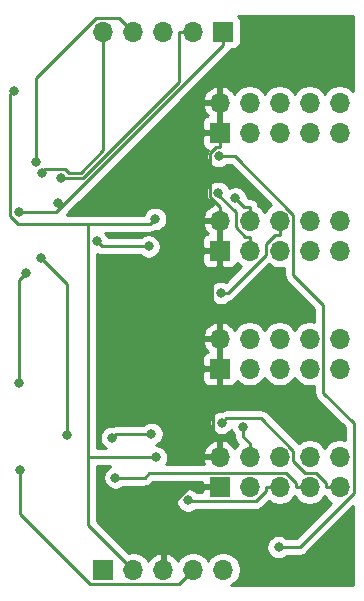
<source format=gbl>
%TF.GenerationSoftware,KiCad,Pcbnew,(5.1.6-0-10_14)*%
%TF.CreationDate,2021-04-14T13:26:41+09:00*%
%TF.ProjectId,qPCR-photo_mux_74HC4067SSOP,71504352-2d70-4686-9f74-6f5f6d75785f,rev?*%
%TF.SameCoordinates,Original*%
%TF.FileFunction,Copper,L2,Bot*%
%TF.FilePolarity,Positive*%
%FSLAX46Y46*%
G04 Gerber Fmt 4.6, Leading zero omitted, Abs format (unit mm)*
G04 Created by KiCad (PCBNEW (5.1.6-0-10_14)) date 2021-04-14 13:26:41*
%MOMM*%
%LPD*%
G01*
G04 APERTURE LIST*
%TA.AperFunction,ComponentPad*%
%ADD10R,1.700000X1.700000*%
%TD*%
%TA.AperFunction,ComponentPad*%
%ADD11O,1.700000X1.700000*%
%TD*%
%TA.AperFunction,ViaPad*%
%ADD12C,0.800000*%
%TD*%
%TA.AperFunction,Conductor*%
%ADD13C,0.250000*%
%TD*%
%TA.AperFunction,Conductor*%
%ADD14C,0.254000*%
%TD*%
G04 APERTURE END LIST*
D10*
%TO.P,J2,1*%
%TO.N,ADDRESSA3*%
X103298000Y-64440000D03*
D11*
%TO.P,J2,2*%
%TO.N,ADDRESSA2*%
X100758000Y-64440000D03*
%TO.P,J2,3*%
%TO.N,ADDRESSA1*%
X98218000Y-64440000D03*
%TO.P,J2,4*%
%TO.N,ADDRESSA0*%
X95678000Y-64440000D03*
%TO.P,J2,5*%
%TO.N,MUX_SELECT*%
X93138000Y-64440000D03*
%TD*%
%TO.P,N_PD1,10*%
%TO.N,N_PD1_OUT1*%
X113160000Y-70460000D03*
%TO.P,N_PD1,9*%
%TO.N,N_PD1_OUT2*%
X113160000Y-73000000D03*
%TO.P,N_PD1,8*%
%TO.N,N_PD1_OUT3*%
X110620000Y-70460000D03*
%TO.P,N_PD1,7*%
%TO.N,N_PD1_OUT4*%
X110620000Y-73000000D03*
%TO.P,N_PD1,6*%
%TO.N,N_PD1_OUT5*%
X108080000Y-70460000D03*
%TO.P,N_PD1,5*%
%TO.N,N_PD1_OUT6*%
X108080000Y-73000000D03*
%TO.P,N_PD1,4*%
%TO.N,N_PD1_OUT7*%
X105540000Y-70460000D03*
%TO.P,N_PD1,3*%
%TO.N,N_PD1_OUT8*%
X105540000Y-73000000D03*
%TO.P,N_PD1,2*%
%TO.N,PHOTO_GND*%
X103000000Y-70460000D03*
D10*
%TO.P,N_PD1,1*%
X103000000Y-73000000D03*
%TD*%
%TO.P,N_PD2,1*%
%TO.N,PHOTO_GND*%
X103000000Y-83000000D03*
D11*
%TO.P,N_PD2,2*%
X103000000Y-80460000D03*
%TO.P,N_PD2,3*%
%TO.N,N_PD1_OUT16*%
X105540000Y-83000000D03*
%TO.P,N_PD2,4*%
%TO.N,N_PD1_OUT15*%
X105540000Y-80460000D03*
%TO.P,N_PD2,5*%
%TO.N,N_PD1_OUT14*%
X108080000Y-83000000D03*
%TO.P,N_PD2,6*%
%TO.N,N_PD1_OUT13*%
X108080000Y-80460000D03*
%TO.P,N_PD2,7*%
%TO.N,N_PD1_OUT12*%
X110620000Y-83000000D03*
%TO.P,N_PD2,8*%
%TO.N,N_PD1_OUT10*%
X110620000Y-80460000D03*
%TO.P,N_PD2,9*%
%TO.N,N_PD1_OUT11*%
X113160000Y-83000000D03*
%TO.P,N_PD2,10*%
%TO.N,N_PD1_OUT9*%
X113160000Y-80460000D03*
%TD*%
D10*
%TO.P,S_PD1,1*%
%TO.N,PHOTO_GND*%
X103000000Y-93000000D03*
D11*
%TO.P,S_PD1,2*%
X103000000Y-90460000D03*
%TO.P,S_PD1,3*%
%TO.N,S_PD1_OUT8*%
X105540000Y-93000000D03*
%TO.P,S_PD1,4*%
%TO.N,S_PD1_OUT7*%
X105540000Y-90460000D03*
%TO.P,S_PD1,5*%
%TO.N,S_PD1_OUT6*%
X108080000Y-93000000D03*
%TO.P,S_PD1,6*%
%TO.N,S_PD1_OUT5*%
X108080000Y-90460000D03*
%TO.P,S_PD1,7*%
%TO.N,S_PD1_OUT4*%
X110620000Y-93000000D03*
%TO.P,S_PD1,8*%
%TO.N,S_PD1_OUT3*%
X110620000Y-90460000D03*
%TO.P,S_PD1,9*%
%TO.N,S_PD1_OUT2*%
X113160000Y-93000000D03*
%TO.P,S_PD1,10*%
%TO.N,S_PD1_OUT1*%
X113160000Y-90460000D03*
%TD*%
%TO.P,S_PD2,10*%
%TO.N,S_PD1_OUT9*%
X113160000Y-100460000D03*
%TO.P,S_PD2,9*%
%TO.N,S_PD1_OUT11*%
X113160000Y-103000000D03*
%TO.P,S_PD2,8*%
%TO.N,S_PD1_OUT10*%
X110620000Y-100460000D03*
%TO.P,S_PD2,7*%
%TO.N,S_PD1_OUT12*%
X110620000Y-103000000D03*
%TO.P,S_PD2,6*%
%TO.N,S_PD1_OUT13*%
X108080000Y-100460000D03*
%TO.P,S_PD2,5*%
%TO.N,S_PD1_OUT14*%
X108080000Y-103000000D03*
%TO.P,S_PD2,4*%
%TO.N,S_PD1_OUT15*%
X105540000Y-100460000D03*
%TO.P,S_PD2,3*%
%TO.N,S_PD1_OUT16*%
X105540000Y-103000000D03*
%TO.P,S_PD2,2*%
%TO.N,PHOTO_GND*%
X103000000Y-100460000D03*
D10*
%TO.P,S_PD2,1*%
X103000000Y-103000000D03*
%TD*%
D11*
%TO.P,J1,5*%
%TO.N,PD_MUX_OUT*%
X103298000Y-110000000D03*
%TO.P,J1,4*%
%TO.N,-1V*%
X100758000Y-110000000D03*
%TO.P,J1,3*%
%TO.N,PHOTO_GND*%
X98218000Y-110000000D03*
%TO.P,J1,2*%
%TO.N,LOGIC_3V3*%
X95678000Y-110000000D03*
D10*
%TO.P,J1,1*%
%TO.N,N/C*%
X93138000Y-110000000D03*
%TD*%
D12*
%TO.N,LOGIC_3V3*%
X85563500Y-69465700D03*
X97550000Y-80300000D03*
%TO.N,ADDRESSA3*%
X86015000Y-79753000D03*
X89280000Y-78925000D03*
X86001900Y-94220000D03*
X86589497Y-84920503D03*
%TO.N,ADDRESSA2*%
X89600000Y-76825000D03*
X90075000Y-98575000D03*
X87889700Y-83606900D03*
%TO.N,ADDRESSA0*%
X87450000Y-75450000D03*
%TO.N,MUX_SELECT*%
X87950000Y-76375000D03*
%TO.N,/PD_MUX_OUT1*%
X108000000Y-108091900D03*
X102911600Y-74997400D03*
%TO.N,N_PD1_OUT16*%
X102884600Y-78088300D03*
%TO.N,N_PD1_OUT15*%
X104342700Y-78558000D03*
%TO.N,N_PD1_OUT14*%
X97000000Y-82625000D03*
X92600000Y-82200000D03*
%TO.N,N_PD1_OUT13*%
X103115200Y-86557400D03*
%TO.N,S_PD1_OUT11*%
X103181500Y-97563500D03*
%TO.N,S_PD1_OUT12*%
X94175000Y-102200000D03*
%TO.N,S_PD1_OUT13*%
X93900000Y-98850000D03*
X97225000Y-98504999D03*
X93900000Y-98850000D03*
%TO.N,S_PD1_OUT14*%
X100328400Y-104139000D03*
%TO.N,S_PD1_OUT15*%
X105014300Y-97926700D03*
%TO.N,-1V*%
X86106948Y-101575000D03*
%TO.N,LOGIC_3V3*%
X97600000Y-100500000D03*
%TD*%
D13*
%TO.N,LOGIC_3V3*%
X85269500Y-80054400D02*
X85269500Y-69759700D01*
X85269500Y-69759700D02*
X85563500Y-69465700D01*
X85915099Y-80699999D02*
X85269500Y-80054400D01*
X97550000Y-80300000D02*
X97150001Y-80699999D01*
X91874999Y-88675799D02*
X91874999Y-80799999D01*
X91874999Y-80799999D02*
X91774999Y-80699999D01*
X91774999Y-80699999D02*
X85915099Y-80699999D01*
X97150001Y-80699999D02*
X91774999Y-80699999D01*
%TO.N,PHOTO_GND*%
X103000000Y-80460000D02*
X103000000Y-79284700D01*
X103000000Y-79284700D02*
X102155200Y-78439900D01*
X102155200Y-78439900D02*
X102155200Y-74726200D01*
X102155200Y-74726200D02*
X102706100Y-74175300D01*
X102706100Y-74175300D02*
X103000000Y-74175300D01*
X103000000Y-83000000D02*
X103000000Y-80460000D01*
X103000000Y-73000000D02*
X103000000Y-74175300D01*
X103000000Y-89284700D02*
X102369300Y-88654000D01*
X102369300Y-88654000D02*
X102369300Y-84806000D01*
X102369300Y-84806000D02*
X103000000Y-84175300D01*
X103000000Y-90460000D02*
X103000000Y-89284700D01*
X103000000Y-90460000D02*
X103000000Y-93000000D01*
X103000000Y-83000000D02*
X103000000Y-84175300D01*
X103000000Y-94175300D02*
X102456200Y-94719100D01*
X102456200Y-94719100D02*
X102456200Y-98740900D01*
X102456200Y-98740900D02*
X103000000Y-99284700D01*
X103000000Y-100460000D02*
X103000000Y-99284700D01*
X103000000Y-93000000D02*
X103000000Y-94175300D01*
X103000000Y-73000000D02*
X103000000Y-70460000D01*
%TO.N,ADDRESSA3*%
X89160300Y-79753000D02*
X86015000Y-79753000D01*
X103298000Y-64440000D02*
X103298000Y-65615300D01*
X89599150Y-79244150D02*
X89669150Y-79244150D01*
X89280000Y-78925000D02*
X89599150Y-79244150D01*
X89669150Y-79244150D02*
X89160300Y-79753000D01*
X103298000Y-65615300D02*
X89669150Y-79244150D01*
X86001900Y-85508100D02*
X86589497Y-84920503D01*
X86001900Y-94220000D02*
X86001900Y-85508100D01*
%TO.N,ADDRESSA2*%
X90075000Y-85792200D02*
X87889700Y-83606900D01*
X90075000Y-98575000D02*
X90075000Y-85792200D01*
X91451890Y-76825000D02*
X89600000Y-76825000D01*
X99582700Y-68694190D02*
X91451890Y-76825000D01*
X99582700Y-64440000D02*
X99582700Y-68694190D01*
X100758000Y-64440000D02*
X99582700Y-64440000D01*
%TO.N,ADDRESSA0*%
X87450000Y-68388998D02*
X92573999Y-63264999D01*
X94502999Y-63264999D02*
X95678000Y-64440000D01*
X92573999Y-63264999D02*
X94502999Y-63264999D01*
X87450000Y-75450000D02*
X87450000Y-68388998D01*
%TO.N,MUX_SELECT*%
X88225001Y-76099999D02*
X87950000Y-76375000D01*
X90222992Y-76374990D02*
X89948001Y-76099999D01*
X91250010Y-76374990D02*
X90222992Y-76374990D01*
X93138000Y-74487000D02*
X91250010Y-76374990D01*
X89948001Y-76099999D02*
X88225001Y-76099999D01*
X93138000Y-64440000D02*
X93138000Y-74487000D01*
%TO.N,/PD_MUX_OUT1*%
X102911600Y-74997400D02*
X104285100Y-74997400D01*
X104285100Y-74997400D02*
X109255300Y-79967600D01*
X109255300Y-79967600D02*
X109255300Y-85041400D01*
X109255300Y-85041400D02*
X111795400Y-87581500D01*
X111795400Y-87581500D02*
X111795400Y-95041500D01*
X111795400Y-95041500D02*
X114348600Y-97594700D01*
X114348600Y-97594700D02*
X114348600Y-103519500D01*
X114348600Y-103519500D02*
X109776200Y-108091900D01*
X109776200Y-108091900D02*
X108000000Y-108091900D01*
%TO.N,N_PD1_OUT16*%
X105540000Y-81824700D02*
X105172600Y-81824700D01*
X105172600Y-81824700D02*
X104364700Y-81016800D01*
X104364700Y-81016800D02*
X104364700Y-79728300D01*
X104364700Y-79728300D02*
X102884600Y-78248200D01*
X102884600Y-78248200D02*
X102884600Y-78088300D01*
X105540000Y-83000000D02*
X105540000Y-81824700D01*
%TO.N,N_PD1_OUT15*%
X105540000Y-80460000D02*
X105540000Y-79284700D01*
X105540000Y-79284700D02*
X105069400Y-79284700D01*
X105069400Y-79284700D02*
X104342700Y-78558000D01*
%TO.N,N_PD1_OUT14*%
X93025000Y-82625000D02*
X92600000Y-82200000D01*
X97000000Y-82625000D02*
X93025000Y-82625000D01*
%TO.N,N_PD1_OUT13*%
X108080000Y-81635300D02*
X107712600Y-81635300D01*
X107712600Y-81635300D02*
X106904700Y-82443200D01*
X106904700Y-82443200D02*
X106904700Y-83329700D01*
X106904700Y-83329700D02*
X103677000Y-86557400D01*
X103677000Y-86557400D02*
X103115200Y-86557400D01*
X108080000Y-80460000D02*
X108080000Y-81635300D01*
%TO.N,S_PD1_OUT11*%
X113160000Y-103000000D02*
X111984700Y-103000000D01*
X103181500Y-97563500D02*
X103546200Y-97198800D01*
X103546200Y-97198800D02*
X106528500Y-97198800D01*
X106528500Y-97198800D02*
X109255400Y-99925700D01*
X109255400Y-99925700D02*
X109255400Y-100819600D01*
X109255400Y-100819600D02*
X110260500Y-101824700D01*
X110260500Y-101824700D02*
X111176800Y-101824700D01*
X111176800Y-101824700D02*
X111984700Y-102632600D01*
X111984700Y-102632600D02*
X111984700Y-103000000D01*
%TO.N,S_PD1_OUT12*%
X110620000Y-103000000D02*
X109444700Y-103000000D01*
X109444700Y-103000000D02*
X109444700Y-102632600D01*
X109444700Y-102632600D02*
X108636800Y-101824700D01*
X108636800Y-101824700D02*
X97038300Y-101824700D01*
X96663000Y-102200000D02*
X97038300Y-101824700D01*
X94175000Y-102200000D02*
X96663000Y-102200000D01*
%TO.N,S_PD1_OUT13*%
X94245001Y-98504999D02*
X93900000Y-98850000D01*
X97225000Y-98504999D02*
X94245001Y-98504999D01*
%TO.N,S_PD1_OUT14*%
X108080000Y-103000000D02*
X106904700Y-103000000D01*
X100328400Y-104139000D02*
X100364700Y-104175300D01*
X100364700Y-104175300D02*
X106096800Y-104175300D01*
X106096800Y-104175300D02*
X106904700Y-103367400D01*
X106904700Y-103367400D02*
X106904700Y-103000000D01*
%TO.N,S_PD1_OUT15*%
X105540000Y-100460000D02*
X105540000Y-99284700D01*
X105014300Y-97926700D02*
X105014300Y-98759000D01*
X105014300Y-98759000D02*
X105540000Y-99284700D01*
%TO.N,-1V*%
X86106948Y-105253950D02*
X86106948Y-101575000D01*
X99582999Y-111175001D02*
X92027999Y-111175001D01*
X92027999Y-111175001D02*
X86106948Y-105253950D01*
X100758000Y-110000000D02*
X99582999Y-111175001D01*
%TO.N,PHOTO_GND*%
X98218000Y-105176398D02*
X98218000Y-110000000D01*
X100394398Y-103000000D02*
X98218000Y-105176398D01*
X103000000Y-103000000D02*
X100394398Y-103000000D01*
%TO.N,LOGIC_3V3*%
X95678000Y-110000000D02*
X91874999Y-106196999D01*
X91900000Y-100500000D02*
X91874999Y-100474999D01*
X97600000Y-100500000D02*
X91900000Y-100500000D01*
X91874999Y-100474999D02*
X91874999Y-88675799D01*
X91874999Y-106196999D02*
X91874999Y-100474999D01*
%TD*%
D14*
%TO.N,PHOTO_GND*%
G36*
X93684744Y-101282795D02*
G01*
X93515226Y-101396063D01*
X93371063Y-101540226D01*
X93257795Y-101709744D01*
X93179774Y-101898102D01*
X93140000Y-102098061D01*
X93140000Y-102301939D01*
X93179774Y-102501898D01*
X93257795Y-102690256D01*
X93371063Y-102859774D01*
X93515226Y-103003937D01*
X93684744Y-103117205D01*
X93873102Y-103195226D01*
X94073061Y-103235000D01*
X94276939Y-103235000D01*
X94476898Y-103195226D01*
X94665256Y-103117205D01*
X94834774Y-103003937D01*
X94878711Y-102960000D01*
X96625678Y-102960000D01*
X96663000Y-102963676D01*
X96700322Y-102960000D01*
X96700333Y-102960000D01*
X96811986Y-102949003D01*
X96955247Y-102905546D01*
X97087276Y-102834974D01*
X97203001Y-102740001D01*
X97226804Y-102710997D01*
X97353101Y-102584700D01*
X101514295Y-102584700D01*
X101515000Y-102714250D01*
X101673750Y-102873000D01*
X102873000Y-102873000D01*
X102873000Y-102853000D01*
X103127000Y-102853000D01*
X103127000Y-102873000D01*
X103147000Y-102873000D01*
X103147000Y-103127000D01*
X103127000Y-103127000D01*
X103127000Y-103147000D01*
X102873000Y-103147000D01*
X102873000Y-103127000D01*
X101673750Y-103127000D01*
X101515000Y-103285750D01*
X101514295Y-103415300D01*
X101068411Y-103415300D01*
X100988174Y-103335063D01*
X100818656Y-103221795D01*
X100630298Y-103143774D01*
X100430339Y-103104000D01*
X100226461Y-103104000D01*
X100026502Y-103143774D01*
X99838144Y-103221795D01*
X99668626Y-103335063D01*
X99524463Y-103479226D01*
X99411195Y-103648744D01*
X99333174Y-103837102D01*
X99293400Y-104037061D01*
X99293400Y-104240939D01*
X99333174Y-104440898D01*
X99411195Y-104629256D01*
X99524463Y-104798774D01*
X99668626Y-104942937D01*
X99838144Y-105056205D01*
X100026502Y-105134226D01*
X100226461Y-105174000D01*
X100430339Y-105174000D01*
X100630298Y-105134226D01*
X100818656Y-105056205D01*
X100988174Y-104942937D01*
X100995811Y-104935300D01*
X106059478Y-104935300D01*
X106096800Y-104938976D01*
X106134122Y-104935300D01*
X106134133Y-104935300D01*
X106245786Y-104924303D01*
X106389047Y-104880846D01*
X106521076Y-104810274D01*
X106636801Y-104715301D01*
X106660603Y-104686298D01*
X107169371Y-104177531D01*
X107376589Y-104315990D01*
X107646842Y-104427932D01*
X107933740Y-104485000D01*
X108226260Y-104485000D01*
X108513158Y-104427932D01*
X108783411Y-104315990D01*
X109026632Y-104153475D01*
X109233475Y-103946632D01*
X109350000Y-103772240D01*
X109466525Y-103946632D01*
X109673368Y-104153475D01*
X109916589Y-104315990D01*
X110186842Y-104427932D01*
X110473740Y-104485000D01*
X110766260Y-104485000D01*
X111053158Y-104427932D01*
X111323411Y-104315990D01*
X111566632Y-104153475D01*
X111773475Y-103946632D01*
X111890000Y-103772240D01*
X112006525Y-103946632D01*
X112213368Y-104153475D01*
X112456589Y-104315990D01*
X112471240Y-104322059D01*
X109461399Y-107331900D01*
X108703711Y-107331900D01*
X108659774Y-107287963D01*
X108490256Y-107174695D01*
X108301898Y-107096674D01*
X108101939Y-107056900D01*
X107898061Y-107056900D01*
X107698102Y-107096674D01*
X107509744Y-107174695D01*
X107340226Y-107287963D01*
X107196063Y-107432126D01*
X107082795Y-107601644D01*
X107004774Y-107790002D01*
X106965000Y-107989961D01*
X106965000Y-108193839D01*
X107004774Y-108393798D01*
X107082795Y-108582156D01*
X107196063Y-108751674D01*
X107340226Y-108895837D01*
X107509744Y-109009105D01*
X107698102Y-109087126D01*
X107898061Y-109126900D01*
X108101939Y-109126900D01*
X108301898Y-109087126D01*
X108490256Y-109009105D01*
X108659774Y-108895837D01*
X108703711Y-108851900D01*
X109738878Y-108851900D01*
X109776200Y-108855576D01*
X109813522Y-108851900D01*
X109813533Y-108851900D01*
X109925186Y-108840903D01*
X110068447Y-108797446D01*
X110200476Y-108726874D01*
X110316201Y-108631901D01*
X110340004Y-108602897D01*
X114315001Y-104627901D01*
X114315001Y-111315000D01*
X104002893Y-111315000D01*
X104244632Y-111153475D01*
X104451475Y-110946632D01*
X104613990Y-110703411D01*
X104725932Y-110433158D01*
X104783000Y-110146260D01*
X104783000Y-109853740D01*
X104725932Y-109566842D01*
X104613990Y-109296589D01*
X104451475Y-109053368D01*
X104244632Y-108846525D01*
X104001411Y-108684010D01*
X103731158Y-108572068D01*
X103444260Y-108515000D01*
X103151740Y-108515000D01*
X102864842Y-108572068D01*
X102594589Y-108684010D01*
X102351368Y-108846525D01*
X102144525Y-109053368D01*
X102028000Y-109227760D01*
X101911475Y-109053368D01*
X101704632Y-108846525D01*
X101461411Y-108684010D01*
X101191158Y-108572068D01*
X100904260Y-108515000D01*
X100611740Y-108515000D01*
X100324842Y-108572068D01*
X100054589Y-108684010D01*
X99811368Y-108846525D01*
X99604525Y-109053368D01*
X99482805Y-109235534D01*
X99413178Y-109118645D01*
X99218269Y-108902412D01*
X98984920Y-108728359D01*
X98722099Y-108603175D01*
X98574890Y-108558524D01*
X98345000Y-108679845D01*
X98345000Y-109873000D01*
X98365000Y-109873000D01*
X98365000Y-110127000D01*
X98345000Y-110127000D01*
X98345000Y-110147000D01*
X98091000Y-110147000D01*
X98091000Y-110127000D01*
X98071000Y-110127000D01*
X98071000Y-109873000D01*
X98091000Y-109873000D01*
X98091000Y-108679845D01*
X97861110Y-108558524D01*
X97713901Y-108603175D01*
X97451080Y-108728359D01*
X97217731Y-108902412D01*
X97022822Y-109118645D01*
X96953195Y-109235534D01*
X96831475Y-109053368D01*
X96624632Y-108846525D01*
X96381411Y-108684010D01*
X96111158Y-108572068D01*
X95824260Y-108515000D01*
X95531740Y-108515000D01*
X95311592Y-108558790D01*
X92634999Y-105882198D01*
X92634999Y-101260000D01*
X93739776Y-101260000D01*
X93684744Y-101282795D01*
G37*
X93684744Y-101282795D02*
X93515226Y-101396063D01*
X93371063Y-101540226D01*
X93257795Y-101709744D01*
X93179774Y-101898102D01*
X93140000Y-102098061D01*
X93140000Y-102301939D01*
X93179774Y-102501898D01*
X93257795Y-102690256D01*
X93371063Y-102859774D01*
X93515226Y-103003937D01*
X93684744Y-103117205D01*
X93873102Y-103195226D01*
X94073061Y-103235000D01*
X94276939Y-103235000D01*
X94476898Y-103195226D01*
X94665256Y-103117205D01*
X94834774Y-103003937D01*
X94878711Y-102960000D01*
X96625678Y-102960000D01*
X96663000Y-102963676D01*
X96700322Y-102960000D01*
X96700333Y-102960000D01*
X96811986Y-102949003D01*
X96955247Y-102905546D01*
X97087276Y-102834974D01*
X97203001Y-102740001D01*
X97226804Y-102710997D01*
X97353101Y-102584700D01*
X101514295Y-102584700D01*
X101515000Y-102714250D01*
X101673750Y-102873000D01*
X102873000Y-102873000D01*
X102873000Y-102853000D01*
X103127000Y-102853000D01*
X103127000Y-102873000D01*
X103147000Y-102873000D01*
X103147000Y-103127000D01*
X103127000Y-103127000D01*
X103127000Y-103147000D01*
X102873000Y-103147000D01*
X102873000Y-103127000D01*
X101673750Y-103127000D01*
X101515000Y-103285750D01*
X101514295Y-103415300D01*
X101068411Y-103415300D01*
X100988174Y-103335063D01*
X100818656Y-103221795D01*
X100630298Y-103143774D01*
X100430339Y-103104000D01*
X100226461Y-103104000D01*
X100026502Y-103143774D01*
X99838144Y-103221795D01*
X99668626Y-103335063D01*
X99524463Y-103479226D01*
X99411195Y-103648744D01*
X99333174Y-103837102D01*
X99293400Y-104037061D01*
X99293400Y-104240939D01*
X99333174Y-104440898D01*
X99411195Y-104629256D01*
X99524463Y-104798774D01*
X99668626Y-104942937D01*
X99838144Y-105056205D01*
X100026502Y-105134226D01*
X100226461Y-105174000D01*
X100430339Y-105174000D01*
X100630298Y-105134226D01*
X100818656Y-105056205D01*
X100988174Y-104942937D01*
X100995811Y-104935300D01*
X106059478Y-104935300D01*
X106096800Y-104938976D01*
X106134122Y-104935300D01*
X106134133Y-104935300D01*
X106245786Y-104924303D01*
X106389047Y-104880846D01*
X106521076Y-104810274D01*
X106636801Y-104715301D01*
X106660603Y-104686298D01*
X107169371Y-104177531D01*
X107376589Y-104315990D01*
X107646842Y-104427932D01*
X107933740Y-104485000D01*
X108226260Y-104485000D01*
X108513158Y-104427932D01*
X108783411Y-104315990D01*
X109026632Y-104153475D01*
X109233475Y-103946632D01*
X109350000Y-103772240D01*
X109466525Y-103946632D01*
X109673368Y-104153475D01*
X109916589Y-104315990D01*
X110186842Y-104427932D01*
X110473740Y-104485000D01*
X110766260Y-104485000D01*
X111053158Y-104427932D01*
X111323411Y-104315990D01*
X111566632Y-104153475D01*
X111773475Y-103946632D01*
X111890000Y-103772240D01*
X112006525Y-103946632D01*
X112213368Y-104153475D01*
X112456589Y-104315990D01*
X112471240Y-104322059D01*
X109461399Y-107331900D01*
X108703711Y-107331900D01*
X108659774Y-107287963D01*
X108490256Y-107174695D01*
X108301898Y-107096674D01*
X108101939Y-107056900D01*
X107898061Y-107056900D01*
X107698102Y-107096674D01*
X107509744Y-107174695D01*
X107340226Y-107287963D01*
X107196063Y-107432126D01*
X107082795Y-107601644D01*
X107004774Y-107790002D01*
X106965000Y-107989961D01*
X106965000Y-108193839D01*
X107004774Y-108393798D01*
X107082795Y-108582156D01*
X107196063Y-108751674D01*
X107340226Y-108895837D01*
X107509744Y-109009105D01*
X107698102Y-109087126D01*
X107898061Y-109126900D01*
X108101939Y-109126900D01*
X108301898Y-109087126D01*
X108490256Y-109009105D01*
X108659774Y-108895837D01*
X108703711Y-108851900D01*
X109738878Y-108851900D01*
X109776200Y-108855576D01*
X109813522Y-108851900D01*
X109813533Y-108851900D01*
X109925186Y-108840903D01*
X110068447Y-108797446D01*
X110200476Y-108726874D01*
X110316201Y-108631901D01*
X110340004Y-108602897D01*
X114315001Y-104627901D01*
X114315001Y-111315000D01*
X104002893Y-111315000D01*
X104244632Y-111153475D01*
X104451475Y-110946632D01*
X104613990Y-110703411D01*
X104725932Y-110433158D01*
X104783000Y-110146260D01*
X104783000Y-109853740D01*
X104725932Y-109566842D01*
X104613990Y-109296589D01*
X104451475Y-109053368D01*
X104244632Y-108846525D01*
X104001411Y-108684010D01*
X103731158Y-108572068D01*
X103444260Y-108515000D01*
X103151740Y-108515000D01*
X102864842Y-108572068D01*
X102594589Y-108684010D01*
X102351368Y-108846525D01*
X102144525Y-109053368D01*
X102028000Y-109227760D01*
X101911475Y-109053368D01*
X101704632Y-108846525D01*
X101461411Y-108684010D01*
X101191158Y-108572068D01*
X100904260Y-108515000D01*
X100611740Y-108515000D01*
X100324842Y-108572068D01*
X100054589Y-108684010D01*
X99811368Y-108846525D01*
X99604525Y-109053368D01*
X99482805Y-109235534D01*
X99413178Y-109118645D01*
X99218269Y-108902412D01*
X98984920Y-108728359D01*
X98722099Y-108603175D01*
X98574890Y-108558524D01*
X98345000Y-108679845D01*
X98345000Y-109873000D01*
X98365000Y-109873000D01*
X98365000Y-110127000D01*
X98345000Y-110127000D01*
X98345000Y-110147000D01*
X98091000Y-110147000D01*
X98091000Y-110127000D01*
X98071000Y-110127000D01*
X98071000Y-109873000D01*
X98091000Y-109873000D01*
X98091000Y-108679845D01*
X97861110Y-108558524D01*
X97713901Y-108603175D01*
X97451080Y-108728359D01*
X97217731Y-108902412D01*
X97022822Y-109118645D01*
X96953195Y-109235534D01*
X96831475Y-109053368D01*
X96624632Y-108846525D01*
X96381411Y-108684010D01*
X96111158Y-108572068D01*
X95824260Y-108515000D01*
X95531740Y-108515000D01*
X95311592Y-108558790D01*
X92634999Y-105882198D01*
X92634999Y-101260000D01*
X93739776Y-101260000D01*
X93684744Y-101282795D01*
G36*
X114315000Y-69515651D02*
G01*
X114313475Y-69513368D01*
X114106632Y-69306525D01*
X113863411Y-69144010D01*
X113593158Y-69032068D01*
X113306260Y-68975000D01*
X113013740Y-68975000D01*
X112726842Y-69032068D01*
X112456589Y-69144010D01*
X112213368Y-69306525D01*
X112006525Y-69513368D01*
X111890000Y-69687760D01*
X111773475Y-69513368D01*
X111566632Y-69306525D01*
X111323411Y-69144010D01*
X111053158Y-69032068D01*
X110766260Y-68975000D01*
X110473740Y-68975000D01*
X110186842Y-69032068D01*
X109916589Y-69144010D01*
X109673368Y-69306525D01*
X109466525Y-69513368D01*
X109350000Y-69687760D01*
X109233475Y-69513368D01*
X109026632Y-69306525D01*
X108783411Y-69144010D01*
X108513158Y-69032068D01*
X108226260Y-68975000D01*
X107933740Y-68975000D01*
X107646842Y-69032068D01*
X107376589Y-69144010D01*
X107133368Y-69306525D01*
X106926525Y-69513368D01*
X106810000Y-69687760D01*
X106693475Y-69513368D01*
X106486632Y-69306525D01*
X106243411Y-69144010D01*
X105973158Y-69032068D01*
X105686260Y-68975000D01*
X105393740Y-68975000D01*
X105106842Y-69032068D01*
X104836589Y-69144010D01*
X104593368Y-69306525D01*
X104386525Y-69513368D01*
X104264805Y-69695534D01*
X104195178Y-69578645D01*
X104000269Y-69362412D01*
X103766920Y-69188359D01*
X103504099Y-69063175D01*
X103356890Y-69018524D01*
X103127000Y-69139845D01*
X103127000Y-70333000D01*
X103147000Y-70333000D01*
X103147000Y-70587000D01*
X103127000Y-70587000D01*
X103127000Y-72873000D01*
X103147000Y-72873000D01*
X103147000Y-73127000D01*
X103127000Y-73127000D01*
X103127000Y-73147000D01*
X102873000Y-73147000D01*
X102873000Y-73127000D01*
X101673750Y-73127000D01*
X101515000Y-73285750D01*
X101511928Y-73850000D01*
X101524188Y-73974482D01*
X101560498Y-74094180D01*
X101619463Y-74204494D01*
X101698815Y-74301185D01*
X101795506Y-74380537D01*
X101905820Y-74439502D01*
X102017047Y-74473242D01*
X101994395Y-74507144D01*
X101916374Y-74695502D01*
X101876600Y-74895461D01*
X101876600Y-75099339D01*
X101916374Y-75299298D01*
X101994395Y-75487656D01*
X102107663Y-75657174D01*
X102251826Y-75801337D01*
X102421344Y-75914605D01*
X102609702Y-75992626D01*
X102809661Y-76032400D01*
X103013539Y-76032400D01*
X103213498Y-75992626D01*
X103401856Y-75914605D01*
X103571374Y-75801337D01*
X103615311Y-75757400D01*
X103970299Y-75757400D01*
X107364791Y-79151893D01*
X107133368Y-79306525D01*
X106926525Y-79513368D01*
X106810000Y-79687760D01*
X106693475Y-79513368D01*
X106486632Y-79306525D01*
X106293089Y-79177204D01*
X106289003Y-79135714D01*
X106245546Y-78992453D01*
X106174974Y-78860424D01*
X106080001Y-78744699D01*
X105964276Y-78649726D01*
X105832247Y-78579154D01*
X105688986Y-78535697D01*
X105577333Y-78524700D01*
X105540000Y-78521023D01*
X105502667Y-78524700D01*
X105384202Y-78524700D01*
X105377700Y-78518198D01*
X105377700Y-78456061D01*
X105337926Y-78256102D01*
X105259905Y-78067744D01*
X105146637Y-77898226D01*
X105002474Y-77754063D01*
X104832956Y-77640795D01*
X104644598Y-77562774D01*
X104444639Y-77523000D01*
X104240761Y-77523000D01*
X104040802Y-77562774D01*
X103852444Y-77640795D01*
X103826652Y-77658029D01*
X103801805Y-77598044D01*
X103688537Y-77428526D01*
X103544374Y-77284363D01*
X103374856Y-77171095D01*
X103186498Y-77093074D01*
X102986539Y-77053300D01*
X102782661Y-77053300D01*
X102582702Y-77093074D01*
X102394344Y-77171095D01*
X102224826Y-77284363D01*
X102080663Y-77428526D01*
X101967395Y-77598044D01*
X101889374Y-77786402D01*
X101849600Y-77986361D01*
X101849600Y-78190239D01*
X101889374Y-78390198D01*
X101967395Y-78578556D01*
X102080663Y-78748074D01*
X102224826Y-78892237D01*
X102394344Y-79005505D01*
X102517647Y-79056579D01*
X102495901Y-79063175D01*
X102233080Y-79188359D01*
X101999731Y-79362412D01*
X101804822Y-79578645D01*
X101655843Y-79828748D01*
X101558519Y-80103109D01*
X101679186Y-80333000D01*
X102873000Y-80333000D01*
X102873000Y-80313000D01*
X103127000Y-80313000D01*
X103127000Y-80333000D01*
X103147000Y-80333000D01*
X103147000Y-80587000D01*
X103127000Y-80587000D01*
X103127000Y-82873000D01*
X103147000Y-82873000D01*
X103147000Y-83127000D01*
X103127000Y-83127000D01*
X103127000Y-84326250D01*
X103285750Y-84485000D01*
X103850000Y-84488072D01*
X103974482Y-84475812D01*
X104094180Y-84439502D01*
X104204494Y-84380537D01*
X104301185Y-84301185D01*
X104380537Y-84204494D01*
X104439502Y-84094180D01*
X104461513Y-84021620D01*
X104593368Y-84153475D01*
X104836589Y-84315990D01*
X104841553Y-84318046D01*
X103544608Y-85614991D01*
X103417098Y-85562174D01*
X103217139Y-85522400D01*
X103013261Y-85522400D01*
X102813302Y-85562174D01*
X102624944Y-85640195D01*
X102455426Y-85753463D01*
X102311263Y-85897626D01*
X102197995Y-86067144D01*
X102119974Y-86255502D01*
X102080200Y-86455461D01*
X102080200Y-86659339D01*
X102119974Y-86859298D01*
X102197995Y-87047656D01*
X102311263Y-87217174D01*
X102455426Y-87361337D01*
X102624944Y-87474605D01*
X102813302Y-87552626D01*
X103013261Y-87592400D01*
X103217139Y-87592400D01*
X103417098Y-87552626D01*
X103605456Y-87474605D01*
X103774974Y-87361337D01*
X103831616Y-87304695D01*
X103969247Y-87262946D01*
X104101276Y-87192374D01*
X104217001Y-87097401D01*
X104240804Y-87068397D01*
X107146771Y-84162431D01*
X107376589Y-84315990D01*
X107646842Y-84427932D01*
X107933740Y-84485000D01*
X108226260Y-84485000D01*
X108495301Y-84431484D01*
X108495301Y-85004068D01*
X108491624Y-85041400D01*
X108495301Y-85078733D01*
X108506298Y-85190386D01*
X108519480Y-85233842D01*
X108549754Y-85333646D01*
X108620326Y-85465676D01*
X108648457Y-85499953D01*
X108715300Y-85581401D01*
X108744298Y-85605199D01*
X111035400Y-87896302D01*
X111035400Y-89028536D01*
X110766260Y-88975000D01*
X110473740Y-88975000D01*
X110186842Y-89032068D01*
X109916589Y-89144010D01*
X109673368Y-89306525D01*
X109466525Y-89513368D01*
X109350000Y-89687760D01*
X109233475Y-89513368D01*
X109026632Y-89306525D01*
X108783411Y-89144010D01*
X108513158Y-89032068D01*
X108226260Y-88975000D01*
X107933740Y-88975000D01*
X107646842Y-89032068D01*
X107376589Y-89144010D01*
X107133368Y-89306525D01*
X106926525Y-89513368D01*
X106810000Y-89687760D01*
X106693475Y-89513368D01*
X106486632Y-89306525D01*
X106243411Y-89144010D01*
X105973158Y-89032068D01*
X105686260Y-88975000D01*
X105393740Y-88975000D01*
X105106842Y-89032068D01*
X104836589Y-89144010D01*
X104593368Y-89306525D01*
X104386525Y-89513368D01*
X104264805Y-89695534D01*
X104195178Y-89578645D01*
X104000269Y-89362412D01*
X103766920Y-89188359D01*
X103504099Y-89063175D01*
X103356890Y-89018524D01*
X103127000Y-89139845D01*
X103127000Y-90333000D01*
X103147000Y-90333000D01*
X103147000Y-90587000D01*
X103127000Y-90587000D01*
X103127000Y-92873000D01*
X103147000Y-92873000D01*
X103147000Y-93127000D01*
X103127000Y-93127000D01*
X103127000Y-94326250D01*
X103285750Y-94485000D01*
X103850000Y-94488072D01*
X103974482Y-94475812D01*
X104094180Y-94439502D01*
X104204494Y-94380537D01*
X104301185Y-94301185D01*
X104380537Y-94204494D01*
X104439502Y-94094180D01*
X104461513Y-94021620D01*
X104593368Y-94153475D01*
X104836589Y-94315990D01*
X105106842Y-94427932D01*
X105393740Y-94485000D01*
X105686260Y-94485000D01*
X105973158Y-94427932D01*
X106243411Y-94315990D01*
X106486632Y-94153475D01*
X106693475Y-93946632D01*
X106810000Y-93772240D01*
X106926525Y-93946632D01*
X107133368Y-94153475D01*
X107376589Y-94315990D01*
X107646842Y-94427932D01*
X107933740Y-94485000D01*
X108226260Y-94485000D01*
X108513158Y-94427932D01*
X108783411Y-94315990D01*
X109026632Y-94153475D01*
X109233475Y-93946632D01*
X109350000Y-93772240D01*
X109466525Y-93946632D01*
X109673368Y-94153475D01*
X109916589Y-94315990D01*
X110186842Y-94427932D01*
X110473740Y-94485000D01*
X110766260Y-94485000D01*
X111035401Y-94431464D01*
X111035401Y-95004168D01*
X111031724Y-95041500D01*
X111046398Y-95190485D01*
X111089854Y-95333746D01*
X111160426Y-95465776D01*
X111231601Y-95552502D01*
X111255400Y-95581501D01*
X111284398Y-95605299D01*
X113588600Y-97909502D01*
X113588600Y-99031161D01*
X113306260Y-98975000D01*
X113013740Y-98975000D01*
X112726842Y-99032068D01*
X112456589Y-99144010D01*
X112213368Y-99306525D01*
X112006525Y-99513368D01*
X111890000Y-99687760D01*
X111773475Y-99513368D01*
X111566632Y-99306525D01*
X111323411Y-99144010D01*
X111053158Y-99032068D01*
X110766260Y-98975000D01*
X110473740Y-98975000D01*
X110186842Y-99032068D01*
X109916589Y-99144010D01*
X109695943Y-99291441D01*
X107092304Y-96687803D01*
X107068501Y-96658799D01*
X106952776Y-96563826D01*
X106820747Y-96493254D01*
X106677486Y-96449797D01*
X106565833Y-96438800D01*
X106565822Y-96438800D01*
X106528500Y-96435124D01*
X106491178Y-96438800D01*
X103583525Y-96438800D01*
X103546200Y-96435124D01*
X103508875Y-96438800D01*
X103508867Y-96438800D01*
X103397214Y-96449797D01*
X103253953Y-96493254D01*
X103188013Y-96528500D01*
X103079561Y-96528500D01*
X102879602Y-96568274D01*
X102691244Y-96646295D01*
X102521726Y-96759563D01*
X102377563Y-96903726D01*
X102264295Y-97073244D01*
X102186274Y-97261602D01*
X102146500Y-97461561D01*
X102146500Y-97665439D01*
X102186274Y-97865398D01*
X102264295Y-98053756D01*
X102377563Y-98223274D01*
X102521726Y-98367437D01*
X102691244Y-98480705D01*
X102879602Y-98558726D01*
X103079561Y-98598500D01*
X103283439Y-98598500D01*
X103483398Y-98558726D01*
X103671756Y-98480705D01*
X103841274Y-98367437D01*
X103985437Y-98223274D01*
X104010542Y-98185702D01*
X104019074Y-98228598D01*
X104097095Y-98416956D01*
X104210363Y-98586474D01*
X104254300Y-98630411D01*
X104254300Y-98721678D01*
X104250624Y-98759000D01*
X104254300Y-98796322D01*
X104254300Y-98796333D01*
X104262236Y-98876898D01*
X104265298Y-98907985D01*
X104308754Y-99051246D01*
X104379326Y-99183276D01*
X104421590Y-99234774D01*
X104474300Y-99299001D01*
X104503298Y-99322799D01*
X104540196Y-99359697D01*
X104386525Y-99513368D01*
X104264805Y-99695534D01*
X104195178Y-99578645D01*
X104000269Y-99362412D01*
X103766920Y-99188359D01*
X103504099Y-99063175D01*
X103356890Y-99018524D01*
X103127000Y-99139845D01*
X103127000Y-100333000D01*
X103147000Y-100333000D01*
X103147000Y-100587000D01*
X103127000Y-100587000D01*
X103127000Y-100607000D01*
X102873000Y-100607000D01*
X102873000Y-100587000D01*
X101679186Y-100587000D01*
X101558519Y-100816891D01*
X101646424Y-101064700D01*
X98467463Y-101064700D01*
X98517205Y-100990256D01*
X98595226Y-100801898D01*
X98635000Y-100601939D01*
X98635000Y-100398061D01*
X98595226Y-100198102D01*
X98555879Y-100103109D01*
X101558519Y-100103109D01*
X101679186Y-100333000D01*
X102873000Y-100333000D01*
X102873000Y-99139845D01*
X102643110Y-99018524D01*
X102495901Y-99063175D01*
X102233080Y-99188359D01*
X101999731Y-99362412D01*
X101804822Y-99578645D01*
X101655843Y-99828748D01*
X101558519Y-100103109D01*
X98555879Y-100103109D01*
X98517205Y-100009744D01*
X98403937Y-99840226D01*
X98259774Y-99696063D01*
X98090256Y-99582795D01*
X97901898Y-99504774D01*
X97701939Y-99465000D01*
X97611938Y-99465000D01*
X97715256Y-99422204D01*
X97884774Y-99308936D01*
X98028937Y-99164773D01*
X98142205Y-98995255D01*
X98220226Y-98806897D01*
X98260000Y-98606938D01*
X98260000Y-98403060D01*
X98220226Y-98203101D01*
X98142205Y-98014743D01*
X98028937Y-97845225D01*
X97884774Y-97701062D01*
X97715256Y-97587794D01*
X97526898Y-97509773D01*
X97326939Y-97469999D01*
X97123061Y-97469999D01*
X96923102Y-97509773D01*
X96734744Y-97587794D01*
X96565226Y-97701062D01*
X96521289Y-97744999D01*
X94282323Y-97744999D01*
X94245000Y-97741323D01*
X94207677Y-97744999D01*
X94207668Y-97744999D01*
X94096015Y-97755996D01*
X93952754Y-97799453D01*
X93923668Y-97815000D01*
X93798061Y-97815000D01*
X93598102Y-97854774D01*
X93409744Y-97932795D01*
X93240226Y-98046063D01*
X93096063Y-98190226D01*
X92982795Y-98359744D01*
X92904774Y-98548102D01*
X92865000Y-98748061D01*
X92865000Y-98951939D01*
X92904774Y-99151898D01*
X92982795Y-99340256D01*
X93096063Y-99509774D01*
X93240226Y-99653937D01*
X93369029Y-99740000D01*
X92634999Y-99740000D01*
X92634999Y-93850000D01*
X101511928Y-93850000D01*
X101524188Y-93974482D01*
X101560498Y-94094180D01*
X101619463Y-94204494D01*
X101698815Y-94301185D01*
X101795506Y-94380537D01*
X101905820Y-94439502D01*
X102025518Y-94475812D01*
X102150000Y-94488072D01*
X102714250Y-94485000D01*
X102873000Y-94326250D01*
X102873000Y-93127000D01*
X101673750Y-93127000D01*
X101515000Y-93285750D01*
X101511928Y-93850000D01*
X92634999Y-93850000D01*
X92634999Y-92150000D01*
X101511928Y-92150000D01*
X101515000Y-92714250D01*
X101673750Y-92873000D01*
X102873000Y-92873000D01*
X102873000Y-90587000D01*
X101679186Y-90587000D01*
X101558519Y-90816891D01*
X101655843Y-91091252D01*
X101804822Y-91341355D01*
X101981626Y-91537502D01*
X101905820Y-91560498D01*
X101795506Y-91619463D01*
X101698815Y-91698815D01*
X101619463Y-91795506D01*
X101560498Y-91905820D01*
X101524188Y-92025518D01*
X101511928Y-92150000D01*
X92634999Y-92150000D01*
X92634999Y-90103109D01*
X101558519Y-90103109D01*
X101679186Y-90333000D01*
X102873000Y-90333000D01*
X102873000Y-89139845D01*
X102643110Y-89018524D01*
X102495901Y-89063175D01*
X102233080Y-89188359D01*
X101999731Y-89362412D01*
X101804822Y-89578645D01*
X101655843Y-89828748D01*
X101558519Y-90103109D01*
X92634999Y-90103109D01*
X92634999Y-83850000D01*
X101511928Y-83850000D01*
X101524188Y-83974482D01*
X101560498Y-84094180D01*
X101619463Y-84204494D01*
X101698815Y-84301185D01*
X101795506Y-84380537D01*
X101905820Y-84439502D01*
X102025518Y-84475812D01*
X102150000Y-84488072D01*
X102714250Y-84485000D01*
X102873000Y-84326250D01*
X102873000Y-83127000D01*
X101673750Y-83127000D01*
X101515000Y-83285750D01*
X101511928Y-83850000D01*
X92634999Y-83850000D01*
X92634999Y-83278295D01*
X92732753Y-83330546D01*
X92876014Y-83374003D01*
X92987667Y-83385000D01*
X92987675Y-83385000D01*
X93025000Y-83388676D01*
X93062325Y-83385000D01*
X96296289Y-83385000D01*
X96340226Y-83428937D01*
X96509744Y-83542205D01*
X96698102Y-83620226D01*
X96898061Y-83660000D01*
X97101939Y-83660000D01*
X97301898Y-83620226D01*
X97490256Y-83542205D01*
X97659774Y-83428937D01*
X97803937Y-83284774D01*
X97917205Y-83115256D01*
X97995226Y-82926898D01*
X98035000Y-82726939D01*
X98035000Y-82523061D01*
X97995226Y-82323102D01*
X97923525Y-82150000D01*
X101511928Y-82150000D01*
X101515000Y-82714250D01*
X101673750Y-82873000D01*
X102873000Y-82873000D01*
X102873000Y-80587000D01*
X101679186Y-80587000D01*
X101558519Y-80816891D01*
X101655843Y-81091252D01*
X101804822Y-81341355D01*
X101981626Y-81537502D01*
X101905820Y-81560498D01*
X101795506Y-81619463D01*
X101698815Y-81698815D01*
X101619463Y-81795506D01*
X101560498Y-81905820D01*
X101524188Y-82025518D01*
X101511928Y-82150000D01*
X97923525Y-82150000D01*
X97917205Y-82134744D01*
X97803937Y-81965226D01*
X97659774Y-81821063D01*
X97490256Y-81707795D01*
X97301898Y-81629774D01*
X97101939Y-81590000D01*
X96898061Y-81590000D01*
X96698102Y-81629774D01*
X96509744Y-81707795D01*
X96340226Y-81821063D01*
X96296289Y-81865000D01*
X93581515Y-81865000D01*
X93517205Y-81709744D01*
X93403937Y-81540226D01*
X93323710Y-81459999D01*
X97112679Y-81459999D01*
X97150001Y-81463675D01*
X97187323Y-81459999D01*
X97187334Y-81459999D01*
X97298987Y-81449002D01*
X97442248Y-81405545D01*
X97574226Y-81335000D01*
X97651939Y-81335000D01*
X97851898Y-81295226D01*
X98040256Y-81217205D01*
X98209774Y-81103937D01*
X98353937Y-80959774D01*
X98467205Y-80790256D01*
X98545226Y-80601898D01*
X98585000Y-80401939D01*
X98585000Y-80198061D01*
X98545226Y-79998102D01*
X98467205Y-79809744D01*
X98353937Y-79640226D01*
X98209774Y-79496063D01*
X98040256Y-79382795D01*
X97851898Y-79304774D01*
X97651939Y-79265000D01*
X97448061Y-79265000D01*
X97248102Y-79304774D01*
X97059744Y-79382795D01*
X96890226Y-79496063D01*
X96746063Y-79640226D01*
X96632795Y-79809744D01*
X96578841Y-79939999D01*
X91812321Y-79939999D01*
X91774999Y-79936323D01*
X91737677Y-79939999D01*
X90048102Y-79939999D01*
X90180147Y-79807954D01*
X90209151Y-79784151D01*
X90232954Y-79755147D01*
X97838101Y-72150000D01*
X101511928Y-72150000D01*
X101515000Y-72714250D01*
X101673750Y-72873000D01*
X102873000Y-72873000D01*
X102873000Y-70587000D01*
X101679186Y-70587000D01*
X101558519Y-70816891D01*
X101655843Y-71091252D01*
X101804822Y-71341355D01*
X101981626Y-71537502D01*
X101905820Y-71560498D01*
X101795506Y-71619463D01*
X101698815Y-71698815D01*
X101619463Y-71795506D01*
X101560498Y-71905820D01*
X101524188Y-72025518D01*
X101511928Y-72150000D01*
X97838101Y-72150000D01*
X99884992Y-70103109D01*
X101558519Y-70103109D01*
X101679186Y-70333000D01*
X102873000Y-70333000D01*
X102873000Y-69139845D01*
X102643110Y-69018524D01*
X102495901Y-69063175D01*
X102233080Y-69188359D01*
X101999731Y-69362412D01*
X101804822Y-69578645D01*
X101655843Y-69828748D01*
X101558519Y-70103109D01*
X99884992Y-70103109D01*
X103809003Y-66179099D01*
X103838001Y-66155301D01*
X103932974Y-66039576D01*
X103992575Y-65928072D01*
X104148000Y-65928072D01*
X104272482Y-65915812D01*
X104392180Y-65879502D01*
X104502494Y-65820537D01*
X104599185Y-65741185D01*
X104678537Y-65644494D01*
X104737502Y-65534180D01*
X104773812Y-65414482D01*
X104786072Y-65290000D01*
X104786072Y-63590000D01*
X104773812Y-63465518D01*
X104737502Y-63345820D01*
X104678537Y-63235506D01*
X104599185Y-63138815D01*
X104582351Y-63125000D01*
X114315000Y-63125000D01*
X114315000Y-69515651D01*
G37*
X114315000Y-69515651D02*
X114313475Y-69513368D01*
X114106632Y-69306525D01*
X113863411Y-69144010D01*
X113593158Y-69032068D01*
X113306260Y-68975000D01*
X113013740Y-68975000D01*
X112726842Y-69032068D01*
X112456589Y-69144010D01*
X112213368Y-69306525D01*
X112006525Y-69513368D01*
X111890000Y-69687760D01*
X111773475Y-69513368D01*
X111566632Y-69306525D01*
X111323411Y-69144010D01*
X111053158Y-69032068D01*
X110766260Y-68975000D01*
X110473740Y-68975000D01*
X110186842Y-69032068D01*
X109916589Y-69144010D01*
X109673368Y-69306525D01*
X109466525Y-69513368D01*
X109350000Y-69687760D01*
X109233475Y-69513368D01*
X109026632Y-69306525D01*
X108783411Y-69144010D01*
X108513158Y-69032068D01*
X108226260Y-68975000D01*
X107933740Y-68975000D01*
X107646842Y-69032068D01*
X107376589Y-69144010D01*
X107133368Y-69306525D01*
X106926525Y-69513368D01*
X106810000Y-69687760D01*
X106693475Y-69513368D01*
X106486632Y-69306525D01*
X106243411Y-69144010D01*
X105973158Y-69032068D01*
X105686260Y-68975000D01*
X105393740Y-68975000D01*
X105106842Y-69032068D01*
X104836589Y-69144010D01*
X104593368Y-69306525D01*
X104386525Y-69513368D01*
X104264805Y-69695534D01*
X104195178Y-69578645D01*
X104000269Y-69362412D01*
X103766920Y-69188359D01*
X103504099Y-69063175D01*
X103356890Y-69018524D01*
X103127000Y-69139845D01*
X103127000Y-70333000D01*
X103147000Y-70333000D01*
X103147000Y-70587000D01*
X103127000Y-70587000D01*
X103127000Y-72873000D01*
X103147000Y-72873000D01*
X103147000Y-73127000D01*
X103127000Y-73127000D01*
X103127000Y-73147000D01*
X102873000Y-73147000D01*
X102873000Y-73127000D01*
X101673750Y-73127000D01*
X101515000Y-73285750D01*
X101511928Y-73850000D01*
X101524188Y-73974482D01*
X101560498Y-74094180D01*
X101619463Y-74204494D01*
X101698815Y-74301185D01*
X101795506Y-74380537D01*
X101905820Y-74439502D01*
X102017047Y-74473242D01*
X101994395Y-74507144D01*
X101916374Y-74695502D01*
X101876600Y-74895461D01*
X101876600Y-75099339D01*
X101916374Y-75299298D01*
X101994395Y-75487656D01*
X102107663Y-75657174D01*
X102251826Y-75801337D01*
X102421344Y-75914605D01*
X102609702Y-75992626D01*
X102809661Y-76032400D01*
X103013539Y-76032400D01*
X103213498Y-75992626D01*
X103401856Y-75914605D01*
X103571374Y-75801337D01*
X103615311Y-75757400D01*
X103970299Y-75757400D01*
X107364791Y-79151893D01*
X107133368Y-79306525D01*
X106926525Y-79513368D01*
X106810000Y-79687760D01*
X106693475Y-79513368D01*
X106486632Y-79306525D01*
X106293089Y-79177204D01*
X106289003Y-79135714D01*
X106245546Y-78992453D01*
X106174974Y-78860424D01*
X106080001Y-78744699D01*
X105964276Y-78649726D01*
X105832247Y-78579154D01*
X105688986Y-78535697D01*
X105577333Y-78524700D01*
X105540000Y-78521023D01*
X105502667Y-78524700D01*
X105384202Y-78524700D01*
X105377700Y-78518198D01*
X105377700Y-78456061D01*
X105337926Y-78256102D01*
X105259905Y-78067744D01*
X105146637Y-77898226D01*
X105002474Y-77754063D01*
X104832956Y-77640795D01*
X104644598Y-77562774D01*
X104444639Y-77523000D01*
X104240761Y-77523000D01*
X104040802Y-77562774D01*
X103852444Y-77640795D01*
X103826652Y-77658029D01*
X103801805Y-77598044D01*
X103688537Y-77428526D01*
X103544374Y-77284363D01*
X103374856Y-77171095D01*
X103186498Y-77093074D01*
X102986539Y-77053300D01*
X102782661Y-77053300D01*
X102582702Y-77093074D01*
X102394344Y-77171095D01*
X102224826Y-77284363D01*
X102080663Y-77428526D01*
X101967395Y-77598044D01*
X101889374Y-77786402D01*
X101849600Y-77986361D01*
X101849600Y-78190239D01*
X101889374Y-78390198D01*
X101967395Y-78578556D01*
X102080663Y-78748074D01*
X102224826Y-78892237D01*
X102394344Y-79005505D01*
X102517647Y-79056579D01*
X102495901Y-79063175D01*
X102233080Y-79188359D01*
X101999731Y-79362412D01*
X101804822Y-79578645D01*
X101655843Y-79828748D01*
X101558519Y-80103109D01*
X101679186Y-80333000D01*
X102873000Y-80333000D01*
X102873000Y-80313000D01*
X103127000Y-80313000D01*
X103127000Y-80333000D01*
X103147000Y-80333000D01*
X103147000Y-80587000D01*
X103127000Y-80587000D01*
X103127000Y-82873000D01*
X103147000Y-82873000D01*
X103147000Y-83127000D01*
X103127000Y-83127000D01*
X103127000Y-84326250D01*
X103285750Y-84485000D01*
X103850000Y-84488072D01*
X103974482Y-84475812D01*
X104094180Y-84439502D01*
X104204494Y-84380537D01*
X104301185Y-84301185D01*
X104380537Y-84204494D01*
X104439502Y-84094180D01*
X104461513Y-84021620D01*
X104593368Y-84153475D01*
X104836589Y-84315990D01*
X104841553Y-84318046D01*
X103544608Y-85614991D01*
X103417098Y-85562174D01*
X103217139Y-85522400D01*
X103013261Y-85522400D01*
X102813302Y-85562174D01*
X102624944Y-85640195D01*
X102455426Y-85753463D01*
X102311263Y-85897626D01*
X102197995Y-86067144D01*
X102119974Y-86255502D01*
X102080200Y-86455461D01*
X102080200Y-86659339D01*
X102119974Y-86859298D01*
X102197995Y-87047656D01*
X102311263Y-87217174D01*
X102455426Y-87361337D01*
X102624944Y-87474605D01*
X102813302Y-87552626D01*
X103013261Y-87592400D01*
X103217139Y-87592400D01*
X103417098Y-87552626D01*
X103605456Y-87474605D01*
X103774974Y-87361337D01*
X103831616Y-87304695D01*
X103969247Y-87262946D01*
X104101276Y-87192374D01*
X104217001Y-87097401D01*
X104240804Y-87068397D01*
X107146771Y-84162431D01*
X107376589Y-84315990D01*
X107646842Y-84427932D01*
X107933740Y-84485000D01*
X108226260Y-84485000D01*
X108495301Y-84431484D01*
X108495301Y-85004068D01*
X108491624Y-85041400D01*
X108495301Y-85078733D01*
X108506298Y-85190386D01*
X108519480Y-85233842D01*
X108549754Y-85333646D01*
X108620326Y-85465676D01*
X108648457Y-85499953D01*
X108715300Y-85581401D01*
X108744298Y-85605199D01*
X111035400Y-87896302D01*
X111035400Y-89028536D01*
X110766260Y-88975000D01*
X110473740Y-88975000D01*
X110186842Y-89032068D01*
X109916589Y-89144010D01*
X109673368Y-89306525D01*
X109466525Y-89513368D01*
X109350000Y-89687760D01*
X109233475Y-89513368D01*
X109026632Y-89306525D01*
X108783411Y-89144010D01*
X108513158Y-89032068D01*
X108226260Y-88975000D01*
X107933740Y-88975000D01*
X107646842Y-89032068D01*
X107376589Y-89144010D01*
X107133368Y-89306525D01*
X106926525Y-89513368D01*
X106810000Y-89687760D01*
X106693475Y-89513368D01*
X106486632Y-89306525D01*
X106243411Y-89144010D01*
X105973158Y-89032068D01*
X105686260Y-88975000D01*
X105393740Y-88975000D01*
X105106842Y-89032068D01*
X104836589Y-89144010D01*
X104593368Y-89306525D01*
X104386525Y-89513368D01*
X104264805Y-89695534D01*
X104195178Y-89578645D01*
X104000269Y-89362412D01*
X103766920Y-89188359D01*
X103504099Y-89063175D01*
X103356890Y-89018524D01*
X103127000Y-89139845D01*
X103127000Y-90333000D01*
X103147000Y-90333000D01*
X103147000Y-90587000D01*
X103127000Y-90587000D01*
X103127000Y-92873000D01*
X103147000Y-92873000D01*
X103147000Y-93127000D01*
X103127000Y-93127000D01*
X103127000Y-94326250D01*
X103285750Y-94485000D01*
X103850000Y-94488072D01*
X103974482Y-94475812D01*
X104094180Y-94439502D01*
X104204494Y-94380537D01*
X104301185Y-94301185D01*
X104380537Y-94204494D01*
X104439502Y-94094180D01*
X104461513Y-94021620D01*
X104593368Y-94153475D01*
X104836589Y-94315990D01*
X105106842Y-94427932D01*
X105393740Y-94485000D01*
X105686260Y-94485000D01*
X105973158Y-94427932D01*
X106243411Y-94315990D01*
X106486632Y-94153475D01*
X106693475Y-93946632D01*
X106810000Y-93772240D01*
X106926525Y-93946632D01*
X107133368Y-94153475D01*
X107376589Y-94315990D01*
X107646842Y-94427932D01*
X107933740Y-94485000D01*
X108226260Y-94485000D01*
X108513158Y-94427932D01*
X108783411Y-94315990D01*
X109026632Y-94153475D01*
X109233475Y-93946632D01*
X109350000Y-93772240D01*
X109466525Y-93946632D01*
X109673368Y-94153475D01*
X109916589Y-94315990D01*
X110186842Y-94427932D01*
X110473740Y-94485000D01*
X110766260Y-94485000D01*
X111035401Y-94431464D01*
X111035401Y-95004168D01*
X111031724Y-95041500D01*
X111046398Y-95190485D01*
X111089854Y-95333746D01*
X111160426Y-95465776D01*
X111231601Y-95552502D01*
X111255400Y-95581501D01*
X111284398Y-95605299D01*
X113588600Y-97909502D01*
X113588600Y-99031161D01*
X113306260Y-98975000D01*
X113013740Y-98975000D01*
X112726842Y-99032068D01*
X112456589Y-99144010D01*
X112213368Y-99306525D01*
X112006525Y-99513368D01*
X111890000Y-99687760D01*
X111773475Y-99513368D01*
X111566632Y-99306525D01*
X111323411Y-99144010D01*
X111053158Y-99032068D01*
X110766260Y-98975000D01*
X110473740Y-98975000D01*
X110186842Y-99032068D01*
X109916589Y-99144010D01*
X109695943Y-99291441D01*
X107092304Y-96687803D01*
X107068501Y-96658799D01*
X106952776Y-96563826D01*
X106820747Y-96493254D01*
X106677486Y-96449797D01*
X106565833Y-96438800D01*
X106565822Y-96438800D01*
X106528500Y-96435124D01*
X106491178Y-96438800D01*
X103583525Y-96438800D01*
X103546200Y-96435124D01*
X103508875Y-96438800D01*
X103508867Y-96438800D01*
X103397214Y-96449797D01*
X103253953Y-96493254D01*
X103188013Y-96528500D01*
X103079561Y-96528500D01*
X102879602Y-96568274D01*
X102691244Y-96646295D01*
X102521726Y-96759563D01*
X102377563Y-96903726D01*
X102264295Y-97073244D01*
X102186274Y-97261602D01*
X102146500Y-97461561D01*
X102146500Y-97665439D01*
X102186274Y-97865398D01*
X102264295Y-98053756D01*
X102377563Y-98223274D01*
X102521726Y-98367437D01*
X102691244Y-98480705D01*
X102879602Y-98558726D01*
X103079561Y-98598500D01*
X103283439Y-98598500D01*
X103483398Y-98558726D01*
X103671756Y-98480705D01*
X103841274Y-98367437D01*
X103985437Y-98223274D01*
X104010542Y-98185702D01*
X104019074Y-98228598D01*
X104097095Y-98416956D01*
X104210363Y-98586474D01*
X104254300Y-98630411D01*
X104254300Y-98721678D01*
X104250624Y-98759000D01*
X104254300Y-98796322D01*
X104254300Y-98796333D01*
X104262236Y-98876898D01*
X104265298Y-98907985D01*
X104308754Y-99051246D01*
X104379326Y-99183276D01*
X104421590Y-99234774D01*
X104474300Y-99299001D01*
X104503298Y-99322799D01*
X104540196Y-99359697D01*
X104386525Y-99513368D01*
X104264805Y-99695534D01*
X104195178Y-99578645D01*
X104000269Y-99362412D01*
X103766920Y-99188359D01*
X103504099Y-99063175D01*
X103356890Y-99018524D01*
X103127000Y-99139845D01*
X103127000Y-100333000D01*
X103147000Y-100333000D01*
X103147000Y-100587000D01*
X103127000Y-100587000D01*
X103127000Y-100607000D01*
X102873000Y-100607000D01*
X102873000Y-100587000D01*
X101679186Y-100587000D01*
X101558519Y-100816891D01*
X101646424Y-101064700D01*
X98467463Y-101064700D01*
X98517205Y-100990256D01*
X98595226Y-100801898D01*
X98635000Y-100601939D01*
X98635000Y-100398061D01*
X98595226Y-100198102D01*
X98555879Y-100103109D01*
X101558519Y-100103109D01*
X101679186Y-100333000D01*
X102873000Y-100333000D01*
X102873000Y-99139845D01*
X102643110Y-99018524D01*
X102495901Y-99063175D01*
X102233080Y-99188359D01*
X101999731Y-99362412D01*
X101804822Y-99578645D01*
X101655843Y-99828748D01*
X101558519Y-100103109D01*
X98555879Y-100103109D01*
X98517205Y-100009744D01*
X98403937Y-99840226D01*
X98259774Y-99696063D01*
X98090256Y-99582795D01*
X97901898Y-99504774D01*
X97701939Y-99465000D01*
X97611938Y-99465000D01*
X97715256Y-99422204D01*
X97884774Y-99308936D01*
X98028937Y-99164773D01*
X98142205Y-98995255D01*
X98220226Y-98806897D01*
X98260000Y-98606938D01*
X98260000Y-98403060D01*
X98220226Y-98203101D01*
X98142205Y-98014743D01*
X98028937Y-97845225D01*
X97884774Y-97701062D01*
X97715256Y-97587794D01*
X97526898Y-97509773D01*
X97326939Y-97469999D01*
X97123061Y-97469999D01*
X96923102Y-97509773D01*
X96734744Y-97587794D01*
X96565226Y-97701062D01*
X96521289Y-97744999D01*
X94282323Y-97744999D01*
X94245000Y-97741323D01*
X94207677Y-97744999D01*
X94207668Y-97744999D01*
X94096015Y-97755996D01*
X93952754Y-97799453D01*
X93923668Y-97815000D01*
X93798061Y-97815000D01*
X93598102Y-97854774D01*
X93409744Y-97932795D01*
X93240226Y-98046063D01*
X93096063Y-98190226D01*
X92982795Y-98359744D01*
X92904774Y-98548102D01*
X92865000Y-98748061D01*
X92865000Y-98951939D01*
X92904774Y-99151898D01*
X92982795Y-99340256D01*
X93096063Y-99509774D01*
X93240226Y-99653937D01*
X93369029Y-99740000D01*
X92634999Y-99740000D01*
X92634999Y-93850000D01*
X101511928Y-93850000D01*
X101524188Y-93974482D01*
X101560498Y-94094180D01*
X101619463Y-94204494D01*
X101698815Y-94301185D01*
X101795506Y-94380537D01*
X101905820Y-94439502D01*
X102025518Y-94475812D01*
X102150000Y-94488072D01*
X102714250Y-94485000D01*
X102873000Y-94326250D01*
X102873000Y-93127000D01*
X101673750Y-93127000D01*
X101515000Y-93285750D01*
X101511928Y-93850000D01*
X92634999Y-93850000D01*
X92634999Y-92150000D01*
X101511928Y-92150000D01*
X101515000Y-92714250D01*
X101673750Y-92873000D01*
X102873000Y-92873000D01*
X102873000Y-90587000D01*
X101679186Y-90587000D01*
X101558519Y-90816891D01*
X101655843Y-91091252D01*
X101804822Y-91341355D01*
X101981626Y-91537502D01*
X101905820Y-91560498D01*
X101795506Y-91619463D01*
X101698815Y-91698815D01*
X101619463Y-91795506D01*
X101560498Y-91905820D01*
X101524188Y-92025518D01*
X101511928Y-92150000D01*
X92634999Y-92150000D01*
X92634999Y-90103109D01*
X101558519Y-90103109D01*
X101679186Y-90333000D01*
X102873000Y-90333000D01*
X102873000Y-89139845D01*
X102643110Y-89018524D01*
X102495901Y-89063175D01*
X102233080Y-89188359D01*
X101999731Y-89362412D01*
X101804822Y-89578645D01*
X101655843Y-89828748D01*
X101558519Y-90103109D01*
X92634999Y-90103109D01*
X92634999Y-83850000D01*
X101511928Y-83850000D01*
X101524188Y-83974482D01*
X101560498Y-84094180D01*
X101619463Y-84204494D01*
X101698815Y-84301185D01*
X101795506Y-84380537D01*
X101905820Y-84439502D01*
X102025518Y-84475812D01*
X102150000Y-84488072D01*
X102714250Y-84485000D01*
X102873000Y-84326250D01*
X102873000Y-83127000D01*
X101673750Y-83127000D01*
X101515000Y-83285750D01*
X101511928Y-83850000D01*
X92634999Y-83850000D01*
X92634999Y-83278295D01*
X92732753Y-83330546D01*
X92876014Y-83374003D01*
X92987667Y-83385000D01*
X92987675Y-83385000D01*
X93025000Y-83388676D01*
X93062325Y-83385000D01*
X96296289Y-83385000D01*
X96340226Y-83428937D01*
X96509744Y-83542205D01*
X96698102Y-83620226D01*
X96898061Y-83660000D01*
X97101939Y-83660000D01*
X97301898Y-83620226D01*
X97490256Y-83542205D01*
X97659774Y-83428937D01*
X97803937Y-83284774D01*
X97917205Y-83115256D01*
X97995226Y-82926898D01*
X98035000Y-82726939D01*
X98035000Y-82523061D01*
X97995226Y-82323102D01*
X97923525Y-82150000D01*
X101511928Y-82150000D01*
X101515000Y-82714250D01*
X101673750Y-82873000D01*
X102873000Y-82873000D01*
X102873000Y-80587000D01*
X101679186Y-80587000D01*
X101558519Y-80816891D01*
X101655843Y-81091252D01*
X101804822Y-81341355D01*
X101981626Y-81537502D01*
X101905820Y-81560498D01*
X101795506Y-81619463D01*
X101698815Y-81698815D01*
X101619463Y-81795506D01*
X101560498Y-81905820D01*
X101524188Y-82025518D01*
X101511928Y-82150000D01*
X97923525Y-82150000D01*
X97917205Y-82134744D01*
X97803937Y-81965226D01*
X97659774Y-81821063D01*
X97490256Y-81707795D01*
X97301898Y-81629774D01*
X97101939Y-81590000D01*
X96898061Y-81590000D01*
X96698102Y-81629774D01*
X96509744Y-81707795D01*
X96340226Y-81821063D01*
X96296289Y-81865000D01*
X93581515Y-81865000D01*
X93517205Y-81709744D01*
X93403937Y-81540226D01*
X93323710Y-81459999D01*
X97112679Y-81459999D01*
X97150001Y-81463675D01*
X97187323Y-81459999D01*
X97187334Y-81459999D01*
X97298987Y-81449002D01*
X97442248Y-81405545D01*
X97574226Y-81335000D01*
X97651939Y-81335000D01*
X97851898Y-81295226D01*
X98040256Y-81217205D01*
X98209774Y-81103937D01*
X98353937Y-80959774D01*
X98467205Y-80790256D01*
X98545226Y-80601898D01*
X98585000Y-80401939D01*
X98585000Y-80198061D01*
X98545226Y-79998102D01*
X98467205Y-79809744D01*
X98353937Y-79640226D01*
X98209774Y-79496063D01*
X98040256Y-79382795D01*
X97851898Y-79304774D01*
X97651939Y-79265000D01*
X97448061Y-79265000D01*
X97248102Y-79304774D01*
X97059744Y-79382795D01*
X96890226Y-79496063D01*
X96746063Y-79640226D01*
X96632795Y-79809744D01*
X96578841Y-79939999D01*
X91812321Y-79939999D01*
X91774999Y-79936323D01*
X91737677Y-79939999D01*
X90048102Y-79939999D01*
X90180147Y-79807954D01*
X90209151Y-79784151D01*
X90232954Y-79755147D01*
X97838101Y-72150000D01*
X101511928Y-72150000D01*
X101515000Y-72714250D01*
X101673750Y-72873000D01*
X102873000Y-72873000D01*
X102873000Y-70587000D01*
X101679186Y-70587000D01*
X101558519Y-70816891D01*
X101655843Y-71091252D01*
X101804822Y-71341355D01*
X101981626Y-71537502D01*
X101905820Y-71560498D01*
X101795506Y-71619463D01*
X101698815Y-71698815D01*
X101619463Y-71795506D01*
X101560498Y-71905820D01*
X101524188Y-72025518D01*
X101511928Y-72150000D01*
X97838101Y-72150000D01*
X99884992Y-70103109D01*
X101558519Y-70103109D01*
X101679186Y-70333000D01*
X102873000Y-70333000D01*
X102873000Y-69139845D01*
X102643110Y-69018524D01*
X102495901Y-69063175D01*
X102233080Y-69188359D01*
X101999731Y-69362412D01*
X101804822Y-69578645D01*
X101655843Y-69828748D01*
X101558519Y-70103109D01*
X99884992Y-70103109D01*
X103809003Y-66179099D01*
X103838001Y-66155301D01*
X103932974Y-66039576D01*
X103992575Y-65928072D01*
X104148000Y-65928072D01*
X104272482Y-65915812D01*
X104392180Y-65879502D01*
X104502494Y-65820537D01*
X104599185Y-65741185D01*
X104678537Y-65644494D01*
X104737502Y-65534180D01*
X104773812Y-65414482D01*
X104786072Y-65290000D01*
X104786072Y-63590000D01*
X104773812Y-63465518D01*
X104737502Y-63345820D01*
X104678537Y-63235506D01*
X104599185Y-63138815D01*
X104582351Y-63125000D01*
X114315000Y-63125000D01*
X114315000Y-69515651D01*
%TD*%
M02*

</source>
